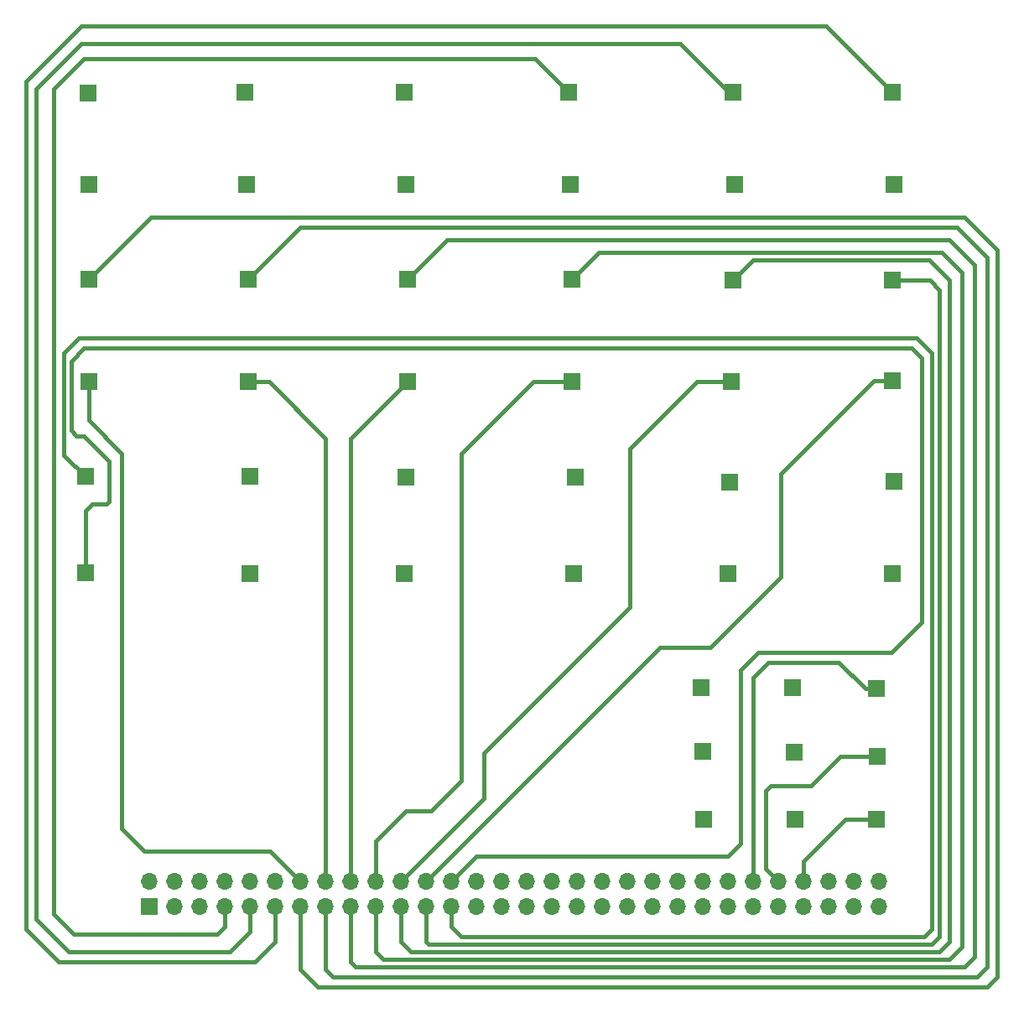
<source format=gbl>
G04 #@! TF.FileFunction,Copper,L2,Bot,Signal*
%FSLAX46Y46*%
G04 Gerber Fmt 4.6, Leading zero omitted, Abs format (unit mm)*
G04 Created by KiCad (PCBNEW 4.0.7) date 03/15/18 10:01:32*
%MOMM*%
%LPD*%
G01*
G04 APERTURE LIST*
%ADD10C,0.100000*%
%ADD11R,1.700000X1.700000*%
%ADD12O,1.700000X1.700000*%
%ADD13C,0.400000*%
G04 APERTURE END LIST*
D10*
D11*
X98044000Y-148082000D03*
D12*
X98044000Y-145542000D03*
X100584000Y-148082000D03*
X100584000Y-145542000D03*
X103124000Y-148082000D03*
X103124000Y-145542000D03*
X105664000Y-148082000D03*
X105664000Y-145542000D03*
X108204000Y-148082000D03*
X108204000Y-145542000D03*
X110744000Y-148082000D03*
X110744000Y-145542000D03*
X113284000Y-148082000D03*
X113284000Y-145542000D03*
X115824000Y-148082000D03*
X115824000Y-145542000D03*
X118364000Y-148082000D03*
X118364000Y-145542000D03*
X120904000Y-148082000D03*
X120904000Y-145542000D03*
X123444000Y-148082000D03*
X123444000Y-145542000D03*
X125984000Y-148082000D03*
X125984000Y-145542000D03*
X128524000Y-148082000D03*
X128524000Y-145542000D03*
X131064000Y-148082000D03*
X131064000Y-145542000D03*
X133604000Y-148082000D03*
X133604000Y-145542000D03*
X136144000Y-148082000D03*
X136144000Y-145542000D03*
X138684000Y-148082000D03*
X138684000Y-145542000D03*
X141224000Y-148082000D03*
X141224000Y-145542000D03*
X143764000Y-148082000D03*
X143764000Y-145542000D03*
X146304000Y-148082000D03*
X146304000Y-145542000D03*
X148844000Y-148082000D03*
X148844000Y-145542000D03*
X151384000Y-148082000D03*
X151384000Y-145542000D03*
X153924000Y-148082000D03*
X153924000Y-145542000D03*
X156464000Y-148082000D03*
X156464000Y-145542000D03*
X159004000Y-148082000D03*
X159004000Y-145542000D03*
X161544000Y-148082000D03*
X161544000Y-145542000D03*
X164084000Y-148082000D03*
X164084000Y-145542000D03*
X166624000Y-148082000D03*
X166624000Y-145542000D03*
X169164000Y-148082000D03*
X169164000Y-145542000D03*
X171704000Y-148082000D03*
X171704000Y-145542000D03*
D11*
X91897619Y-75187000D03*
X107829619Y-75187000D03*
X123923619Y-75187000D03*
X140525619Y-75187000D03*
X157127619Y-75187000D03*
X173221619Y-75187000D03*
X91897619Y-95105000D03*
X107991619Y-95105000D03*
X124085619Y-95105000D03*
X140687619Y-95105000D03*
X156781619Y-95105000D03*
X173015619Y-94999000D03*
X91595619Y-114409000D03*
X108153619Y-114515000D03*
X123739619Y-114515000D03*
X140849619Y-114515000D03*
X156435619Y-114515000D03*
X173037619Y-114515000D03*
X91849619Y-66001000D03*
X107645619Y-65853000D03*
X123739619Y-65853000D03*
X140341619Y-65853000D03*
X156943619Y-65853000D03*
X173037619Y-65853000D03*
X91897619Y-84755000D03*
X107991619Y-84755000D03*
X124085619Y-84755000D03*
X140687619Y-84755000D03*
X156921619Y-84861000D03*
X173015619Y-84861000D03*
X91573619Y-104673000D03*
X108175619Y-104673000D03*
X123901619Y-104779000D03*
X141011619Y-104779000D03*
X156597619Y-105287000D03*
X173177619Y-105139000D03*
X153711619Y-125967000D03*
X153873619Y-132423000D03*
X154000619Y-139260000D03*
X171443619Y-126093000D03*
X171491619Y-132931000D03*
X171408619Y-139322000D03*
X162947619Y-125967000D03*
X163131619Y-132507000D03*
X163223619Y-139259000D03*
D13*
X105664000Y-148082000D02*
X105664000Y-150114000D01*
X136972619Y-62484000D02*
X140341619Y-65853000D01*
X91440000Y-62484000D02*
X136972619Y-62484000D01*
X88392000Y-65532000D02*
X91440000Y-62484000D01*
X88392000Y-148844000D02*
X88392000Y-65532000D01*
X90424000Y-150876000D02*
X88392000Y-148844000D01*
X104902000Y-150876000D02*
X90424000Y-150876000D01*
X105664000Y-150114000D02*
X104902000Y-150876000D01*
X156943619Y-65853000D02*
X156531000Y-65853000D01*
X156531000Y-65853000D02*
X151638000Y-60960000D01*
X151638000Y-60960000D02*
X91186000Y-60960000D01*
X91186000Y-60960000D02*
X86614000Y-65532000D01*
X86614000Y-65532000D02*
X86614000Y-149352000D01*
X86614000Y-149352000D02*
X89916000Y-152654000D01*
X89916000Y-152654000D02*
X106172000Y-152654000D01*
X106172000Y-152654000D02*
X108204000Y-150622000D01*
X108204000Y-150622000D02*
X108204000Y-148082000D01*
X110744000Y-148082000D02*
X110744000Y-151638000D01*
X166366619Y-59182000D02*
X173037619Y-65853000D01*
X91186000Y-59182000D02*
X166366619Y-59182000D01*
X85598000Y-64770000D02*
X91186000Y-59182000D01*
X85598000Y-150368000D02*
X85598000Y-64770000D01*
X88900000Y-153670000D02*
X85598000Y-150368000D01*
X108712000Y-153670000D02*
X88900000Y-153670000D01*
X110744000Y-151638000D02*
X108712000Y-153670000D01*
X113284000Y-148082000D02*
X113284000Y-154432000D01*
X98166619Y-78486000D02*
X91897619Y-84755000D01*
X180340000Y-78486000D02*
X98166619Y-78486000D01*
X183642000Y-81788000D02*
X180340000Y-78486000D01*
X183642000Y-155194000D02*
X183642000Y-81788000D01*
X182626000Y-156210000D02*
X183642000Y-155194000D01*
X115062000Y-156210000D02*
X182626000Y-156210000D01*
X113284000Y-154432000D02*
X115062000Y-156210000D01*
X91897619Y-95105000D02*
X91897619Y-99009619D01*
X110236000Y-142494000D02*
X113284000Y-145542000D01*
X97536000Y-142494000D02*
X110236000Y-142494000D01*
X95250000Y-140208000D02*
X97536000Y-142494000D01*
X95250000Y-102362000D02*
X95250000Y-140208000D01*
X91897619Y-99009619D02*
X95250000Y-102362000D01*
X115824000Y-148082000D02*
X115824000Y-154432000D01*
X113244619Y-79502000D02*
X107991619Y-84755000D01*
X179578000Y-79502000D02*
X113244619Y-79502000D01*
X182626000Y-82550000D02*
X179578000Y-79502000D01*
X182626000Y-154178000D02*
X182626000Y-82550000D01*
X181610000Y-155194000D02*
X182626000Y-154178000D01*
X116586000Y-155194000D02*
X181610000Y-155194000D01*
X115824000Y-154432000D02*
X116586000Y-155194000D01*
X107991619Y-95105000D02*
X110091000Y-95105000D01*
X115824000Y-100838000D02*
X115824000Y-145542000D01*
X110091000Y-95105000D02*
X115824000Y-100838000D01*
X118364000Y-148082000D02*
X118364000Y-153670000D01*
X128068619Y-80772000D02*
X124085619Y-84755000D01*
X178816000Y-80772000D02*
X128068619Y-80772000D01*
X181356000Y-83312000D02*
X178816000Y-80772000D01*
X181356000Y-153162000D02*
X181356000Y-83312000D01*
X180340000Y-154178000D02*
X181356000Y-153162000D01*
X118872000Y-154178000D02*
X180340000Y-154178000D01*
X118364000Y-153670000D02*
X118872000Y-154178000D01*
X124085619Y-95105000D02*
X124085619Y-95116381D01*
X124085619Y-95116381D02*
X118364000Y-100838000D01*
X118364000Y-100838000D02*
X118364000Y-145542000D01*
X120904000Y-148082000D02*
X120904000Y-152654000D01*
X143400619Y-82042000D02*
X140687619Y-84755000D01*
X178054000Y-82042000D02*
X143400619Y-82042000D01*
X180086000Y-84074000D02*
X178054000Y-82042000D01*
X180086000Y-152146000D02*
X180086000Y-84074000D01*
X178816000Y-153416000D02*
X180086000Y-152146000D01*
X121666000Y-153416000D02*
X178816000Y-153416000D01*
X120904000Y-152654000D02*
X121666000Y-153416000D01*
X140687619Y-95105000D02*
X136797000Y-95105000D01*
X120904000Y-141478000D02*
X120904000Y-145542000D01*
X123952000Y-138430000D02*
X120904000Y-141478000D01*
X126492000Y-138430000D02*
X123952000Y-138430000D01*
X129540000Y-135382000D02*
X126492000Y-138430000D01*
X129540000Y-102362000D02*
X129540000Y-135382000D01*
X136797000Y-95105000D02*
X129540000Y-102362000D01*
X123444000Y-148082000D02*
X123444000Y-151638000D01*
X158978619Y-82804000D02*
X156921619Y-84861000D01*
X176784000Y-82804000D02*
X158978619Y-82804000D01*
X178816000Y-84836000D02*
X176784000Y-82804000D01*
X178816000Y-151638000D02*
X178816000Y-84836000D01*
X177800000Y-152654000D02*
X178816000Y-151638000D01*
X124460000Y-152654000D02*
X177800000Y-152654000D01*
X123444000Y-151638000D02*
X124460000Y-152654000D01*
X156781619Y-95105000D02*
X153307000Y-95105000D01*
X131826000Y-137160000D02*
X123444000Y-145542000D01*
X131826000Y-132588000D02*
X131826000Y-137160000D01*
X146558000Y-117856000D02*
X131826000Y-132588000D01*
X146558000Y-101854000D02*
X146558000Y-117856000D01*
X153307000Y-95105000D02*
X146558000Y-101854000D01*
X125984000Y-148082000D02*
X125984000Y-151638000D01*
X176809000Y-84861000D02*
X173015619Y-84861000D01*
X177800000Y-85852000D02*
X176809000Y-84861000D01*
X177800000Y-151130000D02*
X177800000Y-85852000D01*
X177038000Y-151892000D02*
X177800000Y-151130000D01*
X126238000Y-151892000D02*
X177038000Y-151892000D01*
X125984000Y-151638000D02*
X126238000Y-151892000D01*
X173015619Y-94999000D02*
X171193000Y-94999000D01*
X149606000Y-121920000D02*
X125984000Y-145542000D01*
X154686000Y-121920000D02*
X149606000Y-121920000D01*
X161798000Y-114808000D02*
X154686000Y-121920000D01*
X161798000Y-104394000D02*
X161798000Y-114808000D01*
X171193000Y-94999000D02*
X161798000Y-104394000D01*
X128524000Y-148082000D02*
X128524000Y-150114000D01*
X89408000Y-102507381D02*
X91573619Y-104673000D01*
X89408000Y-92202000D02*
X89408000Y-102507381D01*
X90932000Y-90678000D02*
X89408000Y-92202000D01*
X175514000Y-90678000D02*
X90932000Y-90678000D01*
X177038000Y-92202000D02*
X175514000Y-90678000D01*
X177038000Y-150368000D02*
X177038000Y-92202000D01*
X176276000Y-151130000D02*
X177038000Y-150368000D01*
X129540000Y-151130000D02*
X176276000Y-151130000D01*
X128524000Y-150114000D02*
X129540000Y-151130000D01*
X91595619Y-114409000D02*
X91595619Y-108105619D01*
X131064000Y-143002000D02*
X128524000Y-145542000D01*
X156464000Y-143002000D02*
X131064000Y-143002000D01*
X157734000Y-141732000D02*
X156464000Y-143002000D01*
X157734000Y-124206000D02*
X157734000Y-141732000D01*
X159512000Y-122428000D02*
X157734000Y-124206000D01*
X172974000Y-122428000D02*
X159512000Y-122428000D01*
X176022000Y-119380000D02*
X172974000Y-122428000D01*
X176022000Y-92710000D02*
X176022000Y-119380000D01*
X175006000Y-91694000D02*
X176022000Y-92710000D01*
X91440000Y-91694000D02*
X175006000Y-91694000D01*
X90108002Y-93025998D02*
X91440000Y-91694000D01*
X90108002Y-100014002D02*
X90108002Y-93025998D01*
X90678000Y-100584000D02*
X90108002Y-100014002D01*
X91440000Y-100584000D02*
X90678000Y-100584000D01*
X93980000Y-103124000D02*
X91440000Y-100584000D01*
X93980000Y-107188000D02*
X93980000Y-103124000D01*
X93726000Y-107442000D02*
X93980000Y-107188000D01*
X92259238Y-107442000D02*
X93726000Y-107442000D01*
X91595619Y-108105619D02*
X92259238Y-107442000D01*
X171443619Y-126093000D02*
X170289000Y-126093000D01*
X159004000Y-124968000D02*
X159004000Y-145542000D01*
X160528000Y-123444000D02*
X159004000Y-124968000D01*
X167640000Y-123444000D02*
X160528000Y-123444000D01*
X170289000Y-126093000D02*
X167640000Y-123444000D01*
X171491619Y-132931000D02*
X167805000Y-132931000D01*
X160274000Y-144272000D02*
X161544000Y-145542000D01*
X160274000Y-136398000D02*
X160274000Y-144272000D01*
X160782000Y-135890000D02*
X160274000Y-136398000D01*
X164846000Y-135890000D02*
X160782000Y-135890000D01*
X167805000Y-132931000D02*
X164846000Y-135890000D01*
X171408619Y-139322000D02*
X168272000Y-139322000D01*
X164084000Y-143510000D02*
X164084000Y-145542000D01*
X168272000Y-139322000D02*
X164084000Y-143510000D01*
M02*

</source>
